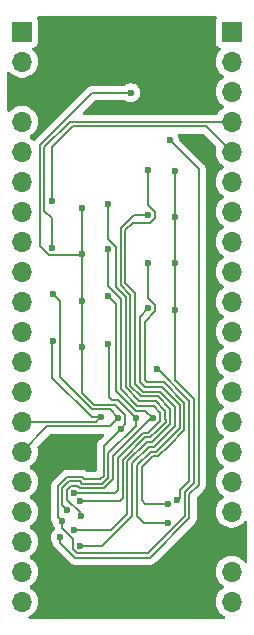
<source format=gbr>
%TF.GenerationSoftware,KiCad,Pcbnew,9.0.0*%
%TF.CreationDate,2025-04-08T23:38:32-04:00*%
%TF.ProjectId,pideck,70696465-636b-42e6-9b69-6361645f7063,rev?*%
%TF.SameCoordinates,Original*%
%TF.FileFunction,Copper,L2,Bot*%
%TF.FilePolarity,Positive*%
%FSLAX46Y46*%
G04 Gerber Fmt 4.6, Leading zero omitted, Abs format (unit mm)*
G04 Created by KiCad (PCBNEW 9.0.0) date 2025-04-08 23:38:32*
%MOMM*%
%LPD*%
G01*
G04 APERTURE LIST*
%TA.AperFunction,ComponentPad*%
%ADD10R,1.700000X1.700000*%
%TD*%
%TA.AperFunction,ComponentPad*%
%ADD11O,1.700000X1.700000*%
%TD*%
%TA.AperFunction,ViaPad*%
%ADD12C,0.600000*%
%TD*%
%TA.AperFunction,Conductor*%
%ADD13C,0.200000*%
%TD*%
G04 APERTURE END LIST*
D10*
%TO.P,J1,1,GP0*%
%TO.N,unconnected-(J1-GP0-Pad1)*%
X144500000Y-75800000D03*
D11*
%TO.P,J1,2,GP1*%
%TO.N,unconnected-(J1-GP1-Pad2)*%
X144500000Y-78340000D03*
%TO.P,J1,3,GND*%
%TO.N,unconnected-(J1-GND-Pad3)*%
X144500000Y-80880000D03*
%TO.P,J1,4,GP2*%
%TO.N,TP_MOTION_3V3*%
X144500000Y-83420000D03*
%TO.P,J1,5,GP3*%
%TO.N,TP_SHUTDOWN_3V3*%
X144500000Y-85960000D03*
%TO.P,J1,6,GP4*%
%TO.N,TP_RESET_3V3*%
X144500000Y-88500000D03*
%TO.P,J1,7,GP5*%
%TO.N,TP_BLK_LED_K_3V3*%
X144500000Y-91040000D03*
%TO.P,J1,8,GND*%
%TO.N,unconnected-(J1-GND-Pad8)*%
X144500000Y-93580000D03*
%TO.P,J1,9,GP6*%
%TO.N,KB_BLK_LED_K_3V3*%
X144500000Y-96120000D03*
%TO.P,J1,10,GP7*%
%TO.N,PANNEL_BLK_LED_K_3V3*%
X144500000Y-98660000D03*
%TO.P,J1,11,GP8*%
%TO.N,ROW7*%
X144500000Y-101200000D03*
%TO.P,J1,12,GP9*%
%TO.N,ROW6*%
X144500000Y-103740000D03*
%TO.P,J1,13,GND*%
%TO.N,unconnected-(J1-GND-Pad13)*%
X144500000Y-106280000D03*
%TO.P,J1,14,GP10*%
%TO.N,ROW5*%
X144500000Y-108820000D03*
%TO.P,J1,15,GP11*%
%TO.N,ROW4*%
X144500000Y-111360000D03*
%TO.P,J1,16,GP12*%
%TO.N,ROW3*%
X144500000Y-113900000D03*
%TO.P,J1,17,GP13*%
%TO.N,ROW2*%
X144500000Y-116440000D03*
%TO.P,J1,18,GND*%
%TO.N,GND*%
X144500000Y-118980000D03*
%TO.P,J1,19,GP14*%
%TO.N,ROW1*%
X144500000Y-121520000D03*
%TO.P,J1,20,GP15*%
%TO.N,unconnected-(J1-GP15-Pad20)*%
X144500000Y-124060000D03*
%TD*%
D10*
%TO.P,J2,1,VBUS*%
%TO.N,unconnected-(J2-VBUS-Pad1)*%
X126750000Y-75800000D03*
D11*
%TO.P,J2,2,Pin_2*%
%TO.N,unconnected-(J2-Pin_2-Pad2)*%
X126750000Y-78340000D03*
%TO.P,J2,3,GND*%
%TO.N,GND*%
X126750000Y-80880000D03*
%TO.P,J2,4,Pin_37*%
%TO.N,unconnected-(J2-Pin_37-Pad4)*%
X126750000Y-83420000D03*
%TO.P,J2,5,3V3*%
%TO.N,KB_BLK_LED_A*%
X126750000Y-85960000D03*
%TO.P,J2,6,Pin_35*%
%TO.N,unconnected-(J2-Pin_35-Pad6)*%
X126750000Y-88500000D03*
%TO.P,J2,7,GP28*%
%TO.N,unconnected-(J2-GP28-Pad7)*%
X126750000Y-91040000D03*
%TO.P,J2,8,GND*%
%TO.N,unconnected-(J2-GND-Pad8)*%
X126750000Y-93580000D03*
%TO.P,J2,9,GP27*%
%TO.N,unconnected-(J2-GP27-Pad9)*%
X126750000Y-96120000D03*
%TO.P,J2,10,GP26*%
%TO.N,COL6*%
X126750000Y-98660000D03*
%TO.P,J2,11,Pin_30*%
%TO.N,unconnected-(J2-Pin_30-Pad11)*%
X126750000Y-101200000D03*
%TO.P,J2,12,GP22*%
%TO.N,COL5*%
X126750000Y-103740000D03*
%TO.P,J2,13,GND*%
%TO.N,unconnected-(J2-GND-Pad13)*%
X126750000Y-106280000D03*
%TO.P,J2,14,GP21*%
%TO.N,TP_SCL_3V3*%
X126750000Y-108820000D03*
%TO.P,J2,15,GP20*%
%TO.N,TP_SDA_3V3*%
X126750000Y-111360000D03*
%TO.P,J2,16,GP19*%
%TO.N,COL4*%
X126750000Y-113900000D03*
%TO.P,J2,17,GP18*%
%TO.N,COL3*%
X126750000Y-116440000D03*
%TO.P,J2,18,GND*%
%TO.N,unconnected-(J2-GND-Pad18)*%
X126750000Y-118980000D03*
%TO.P,J2,19,GP17*%
%TO.N,COL2*%
X126750000Y-121520000D03*
%TO.P,J2,20,GP16*%
%TO.N,COL1*%
X126750000Y-124060000D03*
%TD*%
D12*
%TO.N,+1V8*%
X139700000Y-87575000D03*
X139700000Y-91475000D03*
X139700000Y-95425000D03*
X139700000Y-99325000D03*
%TO.N,GND*%
X140600000Y-118975000D03*
%TO.N,+2V8*%
X129975000Y-118600000D03*
X139250000Y-85000000D03*
%TO.N,KB_BLK_LED_A*%
X138150000Y-104400000D03*
X139900000Y-115450000D03*
%TO.N,+1V8*%
X135950000Y-80975000D03*
X131850000Y-94600000D03*
X135142000Y-109398000D03*
X130125000Y-117225000D03*
X131850000Y-98600000D03*
X131850000Y-102500000D03*
X131850000Y-90700000D03*
%TO.N,TP_SHUTDOWN_3V3*%
X129250000Y-90100000D03*
%TO.N,TP_MOTION_3V3*%
X129250000Y-94100000D03*
%TO.N,TP_SDA_3V3*%
X129350000Y-98000000D03*
X134900000Y-108525000D03*
%TO.N,TP_SCL_3V3*%
X133425000Y-108450000D03*
X129350000Y-102000000D03*
%TO.N,TP_SDA_1V8*%
X137809000Y-108509000D03*
X134050000Y-98200000D03*
X131713000Y-116825000D03*
%TO.N,TP_RESET_1V8*%
X137450000Y-87500000D03*
X131650000Y-119325000D03*
%TO.N,PANNEL_BLK_LED_K_1V8*%
X137450000Y-99200000D03*
X139100000Y-117400000D03*
%TO.N,TP_SCL_1V8*%
X136412000Y-108509000D03*
X130570000Y-116256000D03*
X134050000Y-102200000D03*
%TO.N,TP_BLK_LED_K_1V8*%
X137450000Y-91300000D03*
X131150000Y-117975000D03*
%TO.N,KB_BLK_LED_K_1V8*%
X139125000Y-115800000D03*
X137450000Y-95400000D03*
%TO.N,TP_MOTION_1V8*%
X134050000Y-94200000D03*
X131175000Y-114875000D03*
%TO.N,TP_SHUTDOWN_1V8*%
X131650000Y-115550000D03*
X134050000Y-90400000D03*
%TD*%
D13*
%TO.N,+2V8*%
X129975000Y-118600000D02*
X129975000Y-119067043D01*
X140926000Y-114957200D02*
X141707001Y-114176199D01*
X129975000Y-119067043D02*
X131234957Y-120327000D01*
X131234957Y-120327000D02*
X137590043Y-120327000D01*
X137590043Y-120327000D02*
X140926000Y-116991043D01*
X140926000Y-116991043D02*
X140926000Y-114957200D01*
X141707001Y-114176199D02*
X141707001Y-87457001D01*
X141707001Y-87457001D02*
X139250000Y-85000000D01*
%TO.N,+1V8*%
X139700000Y-91475000D02*
X139700000Y-87575000D01*
X139700000Y-95425000D02*
X139700000Y-91475000D01*
X139700000Y-99325000D02*
X139700000Y-95425000D01*
X139700000Y-105305300D02*
X139700000Y-99325000D01*
X137423943Y-119926000D02*
X140525000Y-116824943D01*
X131049000Y-119573943D02*
X131401057Y-119926000D01*
X140525000Y-116824943D02*
X140525000Y-114791100D01*
X131049000Y-118723943D02*
X131049000Y-119573943D01*
X130125000Y-117799943D02*
X131049000Y-118723943D01*
X140525000Y-114791100D02*
X141306001Y-114010099D01*
X131401057Y-119926000D02*
X137423943Y-119926000D01*
X141306001Y-114010099D02*
X141306001Y-106911301D01*
X139700000Y-105305300D02*
X141306001Y-106911301D01*
X130125000Y-117225000D02*
X130125000Y-117799943D01*
%TO.N,GND*%
X144500000Y-118980000D02*
X140605000Y-118980000D01*
X140605000Y-118980000D02*
X140600000Y-118975000D01*
%TO.N,KB_BLK_LED_A*%
X140905001Y-113843999D02*
X140905001Y-107077401D01*
X139950000Y-115450000D02*
X140124000Y-115276000D01*
X140124000Y-114625000D02*
X140905001Y-113843999D01*
X140124000Y-115276000D02*
X140124000Y-114625000D01*
X139900000Y-115450000D02*
X139950000Y-115450000D01*
X138227600Y-104400000D02*
X138150000Y-104400000D01*
X140905001Y-107077401D02*
X138227600Y-104400000D01*
%TO.N,+1V8*%
X130125000Y-117225000D02*
X129772000Y-116872000D01*
X135142000Y-109398000D02*
X135501000Y-109039000D01*
X131850000Y-98600000D02*
X131850000Y-94600000D01*
X134634000Y-107386000D02*
X132876000Y-107386000D01*
X128248000Y-93947943D02*
X128248000Y-85434900D01*
X135501000Y-109039000D02*
X135501000Y-108253000D01*
X132876000Y-107386000D02*
X131840000Y-106350000D01*
X130593857Y-113472000D02*
X131797000Y-113472000D01*
X131840000Y-106350000D02*
X131840000Y-102510000D01*
X131850000Y-102500000D02*
X131850000Y-98600000D01*
X132707900Y-80975000D02*
X135950000Y-80975000D01*
X129772000Y-114293857D02*
X130593857Y-113472000D01*
X131749000Y-94701000D02*
X129001057Y-94701000D01*
X133670000Y-110870000D02*
X135142000Y-109398000D01*
X129001057Y-94701000D02*
X128248000Y-93947943D01*
X131840000Y-102510000D02*
X131850000Y-102500000D01*
X128248000Y-85434900D02*
X132707900Y-80975000D01*
X131850000Y-94600000D02*
X131850000Y-90700000D01*
X131997000Y-113672000D02*
X133378000Y-113672000D01*
X131797000Y-113472000D02*
X131997000Y-113672000D01*
X131850000Y-94600000D02*
X131749000Y-94701000D01*
X135501000Y-108253000D02*
X134634000Y-107386000D01*
X129772000Y-116872000D02*
X129772000Y-114293857D01*
X133378000Y-113672000D02*
X133670000Y-113380000D01*
X133670000Y-113380000D02*
X133670000Y-110870000D01*
%TO.N,TP_SHUTDOWN_3V3*%
X129250000Y-85600000D02*
X131029000Y-83821000D01*
X131029000Y-83821000D02*
X142361000Y-83821000D01*
X142361000Y-83821000D02*
X144500000Y-85960000D01*
X129250000Y-90100000D02*
X129250000Y-85600000D01*
%TO.N,TP_MOTION_3V3*%
X129250000Y-91600000D02*
X129250000Y-94100000D01*
X144500000Y-83420000D02*
X130830000Y-83420000D01*
X130830000Y-83420000D02*
X128649000Y-85601000D01*
X128649000Y-85601000D02*
X128649000Y-90999000D01*
X128649000Y-90999000D02*
X129250000Y-91600000D01*
%TO.N,TP_SDA_3V3*%
X128889000Y-109221000D02*
X134204000Y-109221000D01*
X129951000Y-105028100D02*
X132709900Y-107787000D01*
X129951000Y-98601000D02*
X129350000Y-98000000D01*
X126750000Y-111360000D02*
X128889000Y-109221000D01*
X134162000Y-107787000D02*
X132709900Y-107787000D01*
X129951000Y-105028100D02*
X129951000Y-98601000D01*
X134900000Y-108525000D02*
X134162000Y-107787000D01*
X134204000Y-109221000D02*
X134900000Y-108525000D01*
%TO.N,TP_SCL_3V3*%
X126750000Y-108820000D02*
X133005000Y-108820000D01*
X133375000Y-108450000D02*
X133005000Y-108820000D01*
X129311000Y-105091000D02*
X129311000Y-102039000D01*
X133425000Y-108450000D02*
X133375000Y-108450000D01*
X129311000Y-102039000D02*
X129350000Y-102000000D01*
X132670000Y-108450000D02*
X129311000Y-105091000D01*
X133425000Y-108450000D02*
X132670000Y-108450000D01*
%TO.N,TP_SDA_1V8*%
X133710200Y-114474000D02*
X134472000Y-113712200D01*
X136360050Y-107889950D02*
X134727000Y-106256900D01*
X134727000Y-106256900D02*
X134727000Y-98877000D01*
X131713000Y-116549057D02*
X130574000Y-115410057D01*
X130926057Y-114274000D02*
X131423943Y-114274000D01*
X131423943Y-114274000D02*
X131623943Y-114474000D01*
X137809000Y-108509000D02*
X137189950Y-107889950D01*
X137189950Y-107889950D02*
X136360050Y-107889950D01*
X134472000Y-111695100D02*
X137658100Y-108509000D01*
X137658100Y-108509000D02*
X137809000Y-108509000D01*
X134727000Y-98877000D02*
X134050000Y-98200000D01*
X131623943Y-114474000D02*
X133710200Y-114474000D01*
X131713000Y-116825000D02*
X131713000Y-116549057D01*
X130574000Y-114626057D02*
X130926057Y-114274000D01*
X134472000Y-113712200D02*
X134472000Y-111695100D01*
X130574000Y-115410057D02*
X130574000Y-114626057D01*
%TO.N,TP_RESET_1V8*%
X136331000Y-97929757D02*
X135501943Y-97100700D01*
X135501943Y-92615157D02*
X136117100Y-92000000D01*
X137024450Y-106285950D02*
X136331000Y-105592500D01*
X137481500Y-110954000D02*
X137741100Y-110954000D01*
X139702001Y-107575701D02*
X138412250Y-106285950D01*
X136331000Y-105592500D02*
X136331000Y-97929757D01*
X139702001Y-109199243D02*
X139702001Y-107575701D01*
X136079000Y-112356500D02*
X137481500Y-110954000D01*
X139043071Y-109858169D02*
X139702001Y-109199243D01*
X131650000Y-119325000D02*
X133517100Y-119325000D01*
X137741100Y-110954000D02*
X137947241Y-110954002D01*
X137024450Y-106285950D02*
X138412250Y-106285950D01*
X138051000Y-91548943D02*
X138051000Y-91051057D01*
X137450000Y-90450057D02*
X138051000Y-91051057D01*
X136079000Y-115897000D02*
X136079000Y-112356500D01*
X136117100Y-92000000D02*
X137599943Y-92000000D01*
X137947241Y-110954002D02*
X139043071Y-109858169D01*
X136076000Y-115900000D02*
X136079000Y-115897000D01*
X136076000Y-116766100D02*
X136076000Y-115900000D01*
X133517100Y-119325000D02*
X136076000Y-116766100D01*
X137599943Y-92000000D02*
X138051000Y-91548943D01*
X135501943Y-97100700D02*
X135501943Y-92615157D01*
X137450000Y-90450057D02*
X137450000Y-87500000D01*
%TO.N,PANNEL_BLK_LED_K_1V8*%
X136732000Y-99918000D02*
X137450000Y-99200000D01*
X140103001Y-107409601D02*
X140103001Y-109365343D01*
X136480000Y-116805000D02*
X137075000Y-117400000D01*
X137075000Y-117400000D02*
X139100000Y-117400000D01*
X139121671Y-110346668D02*
X138113345Y-111355000D01*
X140103001Y-109365343D02*
X139121671Y-110346668D01*
X140103001Y-107409601D02*
X138578350Y-105884950D01*
X136732000Y-105426400D02*
X136732000Y-99918000D01*
X137190550Y-105884950D02*
X136732000Y-105426400D01*
X137647600Y-111355000D02*
X136480000Y-112522600D01*
X137190550Y-105884950D02*
X138578350Y-105884950D01*
X138113345Y-111355000D02*
X137647600Y-111355000D01*
X136480000Y-112522600D02*
X136480000Y-116805000D01*
%TO.N,TP_SCL_1V8*%
X134126000Y-102276000D02*
X134050000Y-102200000D01*
X136412000Y-108509000D02*
X134888000Y-106985000D01*
X134071000Y-113546100D02*
X134071000Y-111485000D01*
X130570000Y-116256000D02*
X130173000Y-115859000D01*
X130759957Y-113873000D02*
X131630900Y-113873000D01*
X130173000Y-114459957D02*
X130759957Y-113873000D01*
X130173000Y-115859000D02*
X130173000Y-114459957D01*
X131630900Y-113873000D02*
X131830900Y-114073000D01*
X133544100Y-114073000D02*
X134071000Y-113546100D01*
X131830900Y-114073000D02*
X133544100Y-114073000D01*
X134380000Y-106985000D02*
X134126000Y-106731000D01*
X134071000Y-111485000D02*
X136412000Y-109144000D01*
X134126000Y-106731000D02*
X134126000Y-102276000D01*
X134888000Y-106985000D02*
X134380000Y-106985000D01*
X136412000Y-109144000D02*
X136412000Y-108509000D01*
%TO.N,TP_BLK_LED_K_1V8*%
X135930000Y-98095857D02*
X135100943Y-97266800D01*
X138642071Y-109692071D02*
X139301001Y-109033143D01*
X134300000Y-117975000D02*
X135675000Y-116600000D01*
X135675000Y-114200000D02*
X135678000Y-114197000D01*
X139301001Y-107741801D02*
X138246150Y-106686950D01*
X135930000Y-105758600D02*
X135930000Y-98095857D01*
X135100943Y-92449057D02*
X136250000Y-91300000D01*
X135678000Y-112190400D02*
X137315400Y-110553000D01*
X135678000Y-114197000D02*
X135678000Y-112190400D01*
X136858350Y-106686950D02*
X135930000Y-105758600D01*
X135100943Y-97266800D02*
X135100943Y-92449057D01*
X135675000Y-116600000D02*
X135675000Y-114200000D01*
X136250000Y-91300000D02*
X137450000Y-91300000D01*
X137781143Y-110553001D02*
X138642071Y-109692071D01*
X137315400Y-110553000D02*
X137781143Y-110553001D01*
X139301001Y-109033143D02*
X139301001Y-107741801D01*
X131150000Y-117975000D02*
X134300000Y-117975000D01*
X138246150Y-106686950D02*
X136858350Y-106686950D01*
%TO.N,KB_BLK_LED_K_1V8*%
X138744450Y-105483950D02*
X140504001Y-107243501D01*
X137450000Y-98350057D02*
X138051000Y-98951057D01*
X136881000Y-115481000D02*
X136881000Y-112688700D01*
X137450000Y-98350057D02*
X137450000Y-95400000D01*
X137356650Y-105483950D02*
X138744450Y-105483950D01*
X139125000Y-115800000D02*
X137200000Y-115800000D01*
X136881000Y-112688700D02*
X137813700Y-111756000D01*
X137133000Y-105260300D02*
X137133000Y-100366943D01*
X140504001Y-109531443D02*
X140504001Y-107243501D01*
X138279446Y-111756000D02*
X139180220Y-110855219D01*
X137356650Y-105483950D02*
X137133000Y-105260300D01*
X138051000Y-99448943D02*
X138051000Y-98951057D01*
X137133000Y-100366943D02*
X138051000Y-99448943D01*
X139180220Y-110855219D02*
X140504001Y-109531443D01*
X137200000Y-115800000D02*
X136881000Y-115481000D01*
X137813700Y-111756000D02*
X138279446Y-111756000D01*
%TO.N,TP_MOTION_1V8*%
X136526150Y-107488950D02*
X137913950Y-107488950D01*
X134873000Y-114602000D02*
X134873000Y-113194100D01*
X134873000Y-113194100D02*
X134876000Y-113191100D01*
X138475000Y-108724943D02*
X138475000Y-108050000D01*
X134050000Y-97350057D02*
X135128000Y-98428057D01*
X134600000Y-114875000D02*
X134873000Y-114602000D01*
X136983200Y-109751000D02*
X137448943Y-109751000D01*
X138475000Y-108050000D02*
X137913950Y-107488950D01*
X134876000Y-113191100D02*
X134876000Y-111864200D01*
X131175000Y-114875000D02*
X134600000Y-114875000D01*
X135128000Y-106090800D02*
X136526150Y-107488950D01*
X135128000Y-106090800D02*
X135128000Y-98428057D01*
X134873000Y-111861200D02*
X136983200Y-109751000D01*
X134876000Y-111864200D02*
X134873000Y-111861200D01*
X137448943Y-109751000D02*
X138475000Y-108724943D01*
X134050000Y-97350057D02*
X134050000Y-94200000D01*
%TO.N,TP_SHUTDOWN_1V8*%
X134325000Y-115550000D02*
X135025000Y-115550000D01*
X137149300Y-110152000D02*
X137615043Y-110152000D01*
X138080050Y-107087950D02*
X136692250Y-107087950D01*
X134325000Y-115550000D02*
X131650000Y-115550000D01*
X135529000Y-105924700D02*
X135529000Y-98261957D01*
X138900000Y-108625000D02*
X138899000Y-108624000D01*
X134699943Y-97432900D02*
X135529000Y-98261957D01*
X134050000Y-93350057D02*
X134699943Y-94000000D01*
X135277000Y-113822000D02*
X135277000Y-112024300D01*
X137615043Y-110152000D02*
X138171021Y-109596021D01*
X135274000Y-113825000D02*
X135277000Y-113822000D01*
X135025000Y-115550000D02*
X135274000Y-115301000D01*
X138900000Y-108867043D02*
X138900000Y-108625000D01*
X135277000Y-112024300D02*
X137149300Y-110152000D01*
X135529000Y-105924700D02*
X136692250Y-107087950D01*
X134699943Y-97432900D02*
X134699943Y-94000000D01*
X138171021Y-109596021D02*
X138900000Y-108867043D01*
X138899000Y-108051000D02*
X138899000Y-108050000D01*
X138899000Y-108624000D02*
X138899000Y-108051000D01*
X138899000Y-108051000D02*
X138899000Y-107906900D01*
X138899000Y-107906900D02*
X138080050Y-107087950D01*
X134050000Y-93350057D02*
X134050000Y-90400000D01*
X135274000Y-115301000D02*
X135274000Y-113825000D01*
%TD*%
%TA.AperFunction,Conductor*%
%TO.N,GND*%
G36*
X142127942Y-84441185D02*
G01*
X142148584Y-84457819D01*
X143166241Y-85475476D01*
X143199726Y-85536799D01*
X143196492Y-85601473D01*
X143182753Y-85643757D01*
X143149500Y-85853713D01*
X143149500Y-86066286D01*
X143182753Y-86276239D01*
X143248444Y-86478414D01*
X143344951Y-86667820D01*
X143469890Y-86839786D01*
X143620213Y-86990109D01*
X143792180Y-87115049D01*
X143800946Y-87119516D01*
X143851742Y-87167491D01*
X143868536Y-87235312D01*
X143845998Y-87301447D01*
X143800946Y-87340484D01*
X143792182Y-87344949D01*
X143620213Y-87469890D01*
X143469890Y-87620213D01*
X143344951Y-87792179D01*
X143248444Y-87981585D01*
X143182753Y-88183760D01*
X143149500Y-88393713D01*
X143149500Y-88606286D01*
X143182753Y-88816239D01*
X143248444Y-89018414D01*
X143344951Y-89207820D01*
X143469890Y-89379786D01*
X143620213Y-89530109D01*
X143792182Y-89655050D01*
X143800946Y-89659516D01*
X143851742Y-89707491D01*
X143868536Y-89775312D01*
X143845998Y-89841447D01*
X143800946Y-89880484D01*
X143792182Y-89884949D01*
X143620213Y-90009890D01*
X143469890Y-90160213D01*
X143344951Y-90332179D01*
X143248444Y-90521585D01*
X143182753Y-90723760D01*
X143155244Y-90897447D01*
X143149500Y-90933713D01*
X143149500Y-91146287D01*
X143182754Y-91356243D01*
X143246959Y-91553846D01*
X143248444Y-91558414D01*
X143344951Y-91747820D01*
X143469890Y-91919786D01*
X143620213Y-92070109D01*
X143792182Y-92195050D01*
X143800946Y-92199516D01*
X143851742Y-92247491D01*
X143868536Y-92315312D01*
X143845998Y-92381447D01*
X143800946Y-92420484D01*
X143792182Y-92424949D01*
X143620213Y-92549890D01*
X143469890Y-92700213D01*
X143344951Y-92872179D01*
X143248444Y-93061585D01*
X143182753Y-93263760D01*
X143149500Y-93473713D01*
X143149500Y-93686286D01*
X143178044Y-93866510D01*
X143182754Y-93896243D01*
X143245480Y-94089294D01*
X143248444Y-94098414D01*
X143344951Y-94287820D01*
X143469890Y-94459786D01*
X143620213Y-94610109D01*
X143792182Y-94735050D01*
X143800946Y-94739516D01*
X143851742Y-94787491D01*
X143868536Y-94855312D01*
X143845998Y-94921447D01*
X143800946Y-94960484D01*
X143792182Y-94964949D01*
X143620213Y-95089890D01*
X143469890Y-95240213D01*
X143344951Y-95412179D01*
X143248444Y-95601585D01*
X143182753Y-95803760D01*
X143149500Y-96013713D01*
X143149500Y-96226286D01*
X143182753Y-96436239D01*
X143248444Y-96638414D01*
X143344951Y-96827820D01*
X143469890Y-96999786D01*
X143620213Y-97150109D01*
X143792182Y-97275050D01*
X143800946Y-97279516D01*
X143851742Y-97327491D01*
X143868536Y-97395312D01*
X143845998Y-97461447D01*
X143800946Y-97500484D01*
X143792182Y-97504949D01*
X143620213Y-97629890D01*
X143469890Y-97780213D01*
X143344951Y-97952179D01*
X143248444Y-98141585D01*
X143182753Y-98343760D01*
X143168540Y-98433497D01*
X143149500Y-98553713D01*
X143149500Y-98766287D01*
X143150047Y-98769738D01*
X143181723Y-98969738D01*
X143182754Y-98976243D01*
X143248163Y-99177551D01*
X143248444Y-99178414D01*
X143344951Y-99367820D01*
X143469890Y-99539786D01*
X143620213Y-99690109D01*
X143792182Y-99815050D01*
X143800946Y-99819516D01*
X143851742Y-99867491D01*
X143868536Y-99935312D01*
X143845998Y-100001447D01*
X143800946Y-100040484D01*
X143792182Y-100044949D01*
X143620213Y-100169890D01*
X143469890Y-100320213D01*
X143344951Y-100492179D01*
X143248444Y-100681585D01*
X143182753Y-100883760D01*
X143149500Y-101093713D01*
X143149500Y-101306286D01*
X143178551Y-101489711D01*
X143182754Y-101516243D01*
X143239117Y-101689711D01*
X143248444Y-101718414D01*
X143344951Y-101907820D01*
X143469890Y-102079786D01*
X143620213Y-102230109D01*
X143792182Y-102355050D01*
X143800946Y-102359516D01*
X143851742Y-102407491D01*
X143868536Y-102475312D01*
X143845998Y-102541447D01*
X143800946Y-102580484D01*
X143792182Y-102584949D01*
X143620213Y-102709890D01*
X143469890Y-102860213D01*
X143344951Y-103032179D01*
X143248444Y-103221585D01*
X143182753Y-103423760D01*
X143149500Y-103633713D01*
X143149500Y-103846286D01*
X143182753Y-104056239D01*
X143248444Y-104258414D01*
X143344951Y-104447820D01*
X143469890Y-104619786D01*
X143620213Y-104770109D01*
X143792182Y-104895050D01*
X143800946Y-104899516D01*
X143851742Y-104947491D01*
X143868536Y-105015312D01*
X143845998Y-105081447D01*
X143800946Y-105120484D01*
X143792182Y-105124949D01*
X143620213Y-105249890D01*
X143469890Y-105400213D01*
X143344951Y-105572179D01*
X143248444Y-105761585D01*
X143182753Y-105963760D01*
X143164935Y-106076261D01*
X143149500Y-106173713D01*
X143149500Y-106386287D01*
X143182754Y-106596243D01*
X143240608Y-106774300D01*
X143248444Y-106798414D01*
X143344951Y-106987820D01*
X143469890Y-107159786D01*
X143620213Y-107310109D01*
X143792182Y-107435050D01*
X143800946Y-107439516D01*
X143851742Y-107487491D01*
X143868536Y-107555312D01*
X143845998Y-107621447D01*
X143800946Y-107660484D01*
X143792182Y-107664949D01*
X143620213Y-107789890D01*
X143469890Y-107940213D01*
X143344951Y-108112179D01*
X143248444Y-108301585D01*
X143182753Y-108503760D01*
X143149500Y-108713713D01*
X143149500Y-108926286D01*
X143182753Y-109136239D01*
X143248444Y-109338414D01*
X143344951Y-109527820D01*
X143469890Y-109699786D01*
X143620213Y-109850109D01*
X143792182Y-109975050D01*
X143800946Y-109979516D01*
X143851742Y-110027491D01*
X143868536Y-110095312D01*
X143845998Y-110161447D01*
X143800946Y-110200484D01*
X143792182Y-110204949D01*
X143620213Y-110329890D01*
X143469890Y-110480213D01*
X143344951Y-110652179D01*
X143248444Y-110841585D01*
X143182753Y-111043760D01*
X143149500Y-111253713D01*
X143149500Y-111466286D01*
X143182753Y-111676239D01*
X143248444Y-111878414D01*
X143344951Y-112067820D01*
X143469890Y-112239786D01*
X143620213Y-112390109D01*
X143792182Y-112515050D01*
X143800946Y-112519516D01*
X143851742Y-112567491D01*
X143868536Y-112635312D01*
X143845998Y-112701447D01*
X143800946Y-112740484D01*
X143792182Y-112744949D01*
X143620213Y-112869890D01*
X143469890Y-113020213D01*
X143344951Y-113192179D01*
X143248444Y-113381585D01*
X143182753Y-113583760D01*
X143149500Y-113793713D01*
X143149500Y-114006286D01*
X143182525Y-114214802D01*
X143182754Y-114216243D01*
X143245056Y-114407989D01*
X143248444Y-114418414D01*
X143344951Y-114607820D01*
X143469890Y-114779786D01*
X143620213Y-114930109D01*
X143792182Y-115055050D01*
X143800946Y-115059516D01*
X143851742Y-115107491D01*
X143868536Y-115175312D01*
X143845998Y-115241447D01*
X143800946Y-115280484D01*
X143792182Y-115284949D01*
X143620213Y-115409890D01*
X143469890Y-115560213D01*
X143344951Y-115732179D01*
X143248444Y-115921585D01*
X143182753Y-116123760D01*
X143169200Y-116209333D01*
X143149500Y-116333713D01*
X143149500Y-116546287D01*
X143153214Y-116569737D01*
X143181156Y-116746158D01*
X143182754Y-116756243D01*
X143246053Y-116951057D01*
X143248444Y-116958414D01*
X143344951Y-117147820D01*
X143469890Y-117319786D01*
X143620213Y-117470109D01*
X143792179Y-117595048D01*
X143792181Y-117595049D01*
X143792184Y-117595051D01*
X143981588Y-117691557D01*
X144183757Y-117757246D01*
X144393713Y-117790500D01*
X144393714Y-117790500D01*
X144606286Y-117790500D01*
X144606287Y-117790500D01*
X144816243Y-117757246D01*
X145018412Y-117691557D01*
X145207816Y-117595051D01*
X145229789Y-117579086D01*
X145379786Y-117470109D01*
X145379788Y-117470106D01*
X145379792Y-117470104D01*
X145530104Y-117319792D01*
X145575181Y-117257747D01*
X145630511Y-117215082D01*
X145700124Y-117209103D01*
X145761920Y-117241708D01*
X145796277Y-117302547D01*
X145799500Y-117330633D01*
X145799500Y-120629366D01*
X145779815Y-120696405D01*
X145727011Y-120742160D01*
X145657853Y-120752104D01*
X145594297Y-120723079D01*
X145575182Y-120702251D01*
X145530109Y-120640214D01*
X145530105Y-120640209D01*
X145379786Y-120489890D01*
X145207820Y-120364951D01*
X145018414Y-120268444D01*
X145018413Y-120268443D01*
X145018412Y-120268443D01*
X144816243Y-120202754D01*
X144816241Y-120202753D01*
X144816240Y-120202753D01*
X144654957Y-120177208D01*
X144606287Y-120169500D01*
X144393713Y-120169500D01*
X144345042Y-120177208D01*
X144183760Y-120202753D01*
X143981585Y-120268444D01*
X143792179Y-120364951D01*
X143620213Y-120489890D01*
X143469890Y-120640213D01*
X143344951Y-120812179D01*
X143248444Y-121001585D01*
X143182753Y-121203760D01*
X143149500Y-121413713D01*
X143149500Y-121626286D01*
X143182753Y-121836239D01*
X143248444Y-122038414D01*
X143344951Y-122227820D01*
X143469890Y-122399786D01*
X143620213Y-122550109D01*
X143792182Y-122675050D01*
X143800946Y-122679516D01*
X143851742Y-122727491D01*
X143868536Y-122795312D01*
X143845998Y-122861447D01*
X143800946Y-122900484D01*
X143792182Y-122904949D01*
X143620213Y-123029890D01*
X143469890Y-123180213D01*
X143344951Y-123352179D01*
X143248444Y-123541585D01*
X143182753Y-123743760D01*
X143149500Y-123953713D01*
X143149500Y-124166286D01*
X143182753Y-124376239D01*
X143248444Y-124578414D01*
X143344951Y-124767820D01*
X143469890Y-124939786D01*
X143620213Y-125090109D01*
X143792179Y-125215048D01*
X143792181Y-125215049D01*
X143792184Y-125215051D01*
X143886824Y-125263272D01*
X143890244Y-125265015D01*
X143941040Y-125312990D01*
X143957835Y-125380811D01*
X143935298Y-125446946D01*
X143880583Y-125490397D01*
X143833949Y-125499500D01*
X127416051Y-125499500D01*
X127349012Y-125479815D01*
X127303257Y-125427011D01*
X127293313Y-125357853D01*
X127322338Y-125294297D01*
X127359756Y-125265015D01*
X127361394Y-125264180D01*
X127457816Y-125215051D01*
X127479789Y-125199086D01*
X127629786Y-125090109D01*
X127629788Y-125090106D01*
X127629792Y-125090104D01*
X127780104Y-124939792D01*
X127780106Y-124939788D01*
X127780109Y-124939786D01*
X127905048Y-124767820D01*
X127905047Y-124767820D01*
X127905051Y-124767816D01*
X128001557Y-124578412D01*
X128067246Y-124376243D01*
X128100500Y-124166287D01*
X128100500Y-123953713D01*
X128067246Y-123743757D01*
X128001557Y-123541588D01*
X127905051Y-123352184D01*
X127905049Y-123352181D01*
X127905048Y-123352179D01*
X127780109Y-123180213D01*
X127629786Y-123029890D01*
X127457820Y-122904951D01*
X127457115Y-122904591D01*
X127449054Y-122900485D01*
X127398259Y-122852512D01*
X127381463Y-122784692D01*
X127403999Y-122718556D01*
X127449054Y-122679515D01*
X127457816Y-122675051D01*
X127479789Y-122659086D01*
X127629786Y-122550109D01*
X127629788Y-122550106D01*
X127629792Y-122550104D01*
X127780104Y-122399792D01*
X127780106Y-122399788D01*
X127780109Y-122399786D01*
X127905048Y-122227820D01*
X127905047Y-122227820D01*
X127905051Y-122227816D01*
X128001557Y-122038412D01*
X128067246Y-121836243D01*
X128100500Y-121626287D01*
X128100500Y-121413713D01*
X128067246Y-121203757D01*
X128001557Y-121001588D01*
X127905051Y-120812184D01*
X127905049Y-120812181D01*
X127905048Y-120812179D01*
X127780109Y-120640213D01*
X127629786Y-120489890D01*
X127457820Y-120364951D01*
X127457115Y-120364591D01*
X127449054Y-120360485D01*
X127398259Y-120312512D01*
X127381463Y-120244692D01*
X127403999Y-120178556D01*
X127449054Y-120139515D01*
X127457816Y-120135051D01*
X127479789Y-120119086D01*
X127629786Y-120010109D01*
X127629788Y-120010106D01*
X127629792Y-120010104D01*
X127780104Y-119859792D01*
X127780106Y-119859788D01*
X127780109Y-119859786D01*
X127905048Y-119687820D01*
X127905047Y-119687820D01*
X127905051Y-119687816D01*
X128001557Y-119498412D01*
X128067246Y-119296243D01*
X128100500Y-119086287D01*
X128100500Y-118873713D01*
X128067246Y-118663757D01*
X128001557Y-118461588D01*
X127905051Y-118272184D01*
X127905049Y-118272181D01*
X127905048Y-118272179D01*
X127780109Y-118100213D01*
X127629786Y-117949890D01*
X127457820Y-117824951D01*
X127457115Y-117824591D01*
X127449054Y-117820485D01*
X127398259Y-117772512D01*
X127381463Y-117704692D01*
X127403999Y-117638556D01*
X127449054Y-117599515D01*
X127457816Y-117595051D01*
X127479789Y-117579086D01*
X127629786Y-117470109D01*
X127629788Y-117470106D01*
X127629792Y-117470104D01*
X127780104Y-117319792D01*
X127780106Y-117319788D01*
X127780109Y-117319786D01*
X127905048Y-117147820D01*
X127905047Y-117147820D01*
X127905051Y-117147816D01*
X128001557Y-116958412D01*
X128067246Y-116756243D01*
X128100500Y-116546287D01*
X128100500Y-116333713D01*
X128067246Y-116123757D01*
X128001557Y-115921588D01*
X127905051Y-115732184D01*
X127905049Y-115732181D01*
X127905048Y-115732179D01*
X127780109Y-115560213D01*
X127629786Y-115409890D01*
X127457820Y-115284951D01*
X127457115Y-115284591D01*
X127449054Y-115280485D01*
X127398259Y-115232512D01*
X127381463Y-115164692D01*
X127403999Y-115098556D01*
X127449054Y-115059515D01*
X127457816Y-115055051D01*
X127491937Y-115030261D01*
X127629786Y-114930109D01*
X127629788Y-114930106D01*
X127629792Y-114930104D01*
X127780104Y-114779792D01*
X127780106Y-114779788D01*
X127780109Y-114779786D01*
X127905048Y-114607820D01*
X127905047Y-114607820D01*
X127905051Y-114607816D01*
X128001557Y-114418412D01*
X128067246Y-114216243D01*
X128100500Y-114006287D01*
X128100500Y-113793713D01*
X128067246Y-113583757D01*
X128001557Y-113381588D01*
X127905051Y-113192184D01*
X127905049Y-113192181D01*
X127905048Y-113192179D01*
X127780109Y-113020213D01*
X127629786Y-112869890D01*
X127457820Y-112744951D01*
X127457115Y-112744591D01*
X127449054Y-112740485D01*
X127398259Y-112692512D01*
X127381463Y-112624692D01*
X127403999Y-112558556D01*
X127449054Y-112519515D01*
X127457816Y-112515051D01*
X127479789Y-112499086D01*
X127629786Y-112390109D01*
X127629788Y-112390106D01*
X127629792Y-112390104D01*
X127780104Y-112239792D01*
X127780106Y-112239788D01*
X127780109Y-112239786D01*
X127905048Y-112067820D01*
X127905047Y-112067820D01*
X127905051Y-112067816D01*
X128001557Y-111878412D01*
X128067246Y-111676243D01*
X128100500Y-111466287D01*
X128100500Y-111253713D01*
X128067246Y-111043757D01*
X128053506Y-111001473D01*
X128051512Y-110931635D01*
X128083755Y-110875478D01*
X129101416Y-109857819D01*
X129162739Y-109824334D01*
X129189097Y-109821500D01*
X133569903Y-109821500D01*
X133636942Y-109841185D01*
X133682697Y-109893989D01*
X133692641Y-109963147D01*
X133663616Y-110026703D01*
X133657589Y-110033175D01*
X133360874Y-110329890D01*
X133301286Y-110389478D01*
X133189481Y-110501282D01*
X133189479Y-110501285D01*
X133178566Y-110520188D01*
X133144928Y-110578451D01*
X133110423Y-110638215D01*
X133069499Y-110790943D01*
X133069499Y-110790945D01*
X133069499Y-110959046D01*
X133069500Y-110959059D01*
X133069500Y-112947500D01*
X133049815Y-113014539D01*
X132997011Y-113060294D01*
X132945500Y-113071500D01*
X132297098Y-113071500D01*
X132230059Y-113051815D01*
X132224552Y-113048064D01*
X132216468Y-113042232D01*
X132165716Y-112991480D01*
X132072997Y-112937949D01*
X132067553Y-112934806D01*
X132067545Y-112934800D01*
X132028790Y-112912425D01*
X132028789Y-112912424D01*
X131986587Y-112901116D01*
X131876057Y-112871499D01*
X131717943Y-112871499D01*
X131710347Y-112871499D01*
X131710331Y-112871500D01*
X130672914Y-112871500D01*
X130514799Y-112871500D01*
X130362072Y-112912423D01*
X130362071Y-112912423D01*
X130362069Y-112912424D01*
X130362066Y-112912425D01*
X130317861Y-112937948D01*
X130317859Y-112937949D01*
X130225147Y-112991475D01*
X130225139Y-112991481D01*
X129291479Y-113925141D01*
X129269014Y-113964052D01*
X129259519Y-113980500D01*
X129212423Y-114062072D01*
X129171499Y-114214800D01*
X129171499Y-114214802D01*
X129171499Y-114382903D01*
X129171500Y-114382916D01*
X129171500Y-116785330D01*
X129171499Y-116785348D01*
X129171499Y-116951054D01*
X129171498Y-116951054D01*
X129200285Y-117058489D01*
X129212423Y-117103785D01*
X129215223Y-117108634D01*
X129291480Y-117240716D01*
X129301036Y-117250272D01*
X129308809Y-117263106D01*
X129314068Y-117282959D01*
X129323911Y-117300985D01*
X129324362Y-117303151D01*
X129355261Y-117458491D01*
X129355264Y-117458501D01*
X129415602Y-117604172D01*
X129415609Y-117604185D01*
X129503601Y-117735873D01*
X129509251Y-117753919D01*
X129519476Y-117769829D01*
X129523927Y-117800788D01*
X129524479Y-117802550D01*
X129524499Y-117804764D01*
X129524499Y-117871982D01*
X129504814Y-117939021D01*
X129469399Y-117975078D01*
X129464712Y-117978210D01*
X129464704Y-117978217D01*
X129353213Y-118089707D01*
X129353210Y-118089711D01*
X129265609Y-118220814D01*
X129265602Y-118220827D01*
X129205264Y-118366498D01*
X129205261Y-118366510D01*
X129174500Y-118521153D01*
X129174500Y-118678846D01*
X129205261Y-118833489D01*
X129205264Y-118833501D01*
X129265602Y-118979172D01*
X129265609Y-118979185D01*
X129353208Y-119110286D01*
X129353578Y-119110736D01*
X129353942Y-119111385D01*
X129356595Y-119115354D01*
X129356408Y-119115478D01*
X129358438Y-119117061D01*
X129365395Y-119131748D01*
X129374740Y-119148365D01*
X129376290Y-119152784D01*
X129415423Y-119298828D01*
X129440440Y-119342158D01*
X129446228Y-119352184D01*
X129446229Y-119352185D01*
X129494479Y-119435757D01*
X129494481Y-119435760D01*
X129613349Y-119554628D01*
X129613355Y-119554633D01*
X130750096Y-120691374D01*
X130750106Y-120691385D01*
X130754436Y-120695715D01*
X130754437Y-120695716D01*
X130866241Y-120807520D01*
X130874320Y-120812184D01*
X130953052Y-120857639D01*
X130953054Y-120857641D01*
X131003170Y-120886576D01*
X131003172Y-120886577D01*
X131155899Y-120927500D01*
X131155900Y-120927500D01*
X137503374Y-120927500D01*
X137503390Y-120927501D01*
X137510986Y-120927501D01*
X137669097Y-120927501D01*
X137669100Y-120927501D01*
X137821828Y-120886577D01*
X137871947Y-120857639D01*
X137958759Y-120807520D01*
X138070563Y-120695716D01*
X138070563Y-120695714D01*
X138080771Y-120685507D01*
X138080772Y-120685504D01*
X141406520Y-117359759D01*
X141485577Y-117222827D01*
X141526501Y-117070100D01*
X141526501Y-116911985D01*
X141526501Y-116904390D01*
X141526500Y-116904372D01*
X141526500Y-115257296D01*
X141546185Y-115190257D01*
X141562815Y-115169619D01*
X142065507Y-114666926D01*
X142065512Y-114666923D01*
X142075715Y-114656719D01*
X142075717Y-114656719D01*
X142187521Y-114544915D01*
X142245496Y-114444499D01*
X142266578Y-114407984D01*
X142307501Y-114255257D01*
X142307501Y-114097142D01*
X142307501Y-87377944D01*
X142297737Y-87341503D01*
X142266578Y-87225216D01*
X142202974Y-87115051D01*
X142187521Y-87088285D01*
X142075717Y-86976481D01*
X142075714Y-86976479D01*
X140084574Y-84985339D01*
X140051089Y-84924016D01*
X140050638Y-84921849D01*
X140027384Y-84804949D01*
X140019737Y-84766503D01*
X139985850Y-84684692D01*
X139959397Y-84620827D01*
X139959389Y-84620813D01*
X139955099Y-84614392D01*
X139934220Y-84547715D01*
X139952703Y-84480335D01*
X140004682Y-84433644D01*
X140058200Y-84421500D01*
X142060903Y-84421500D01*
X142127942Y-84441185D01*
G37*
%TD.AperFunction*%
%TA.AperFunction,Conductor*%
G36*
X143126491Y-74504294D02*
G01*
X143139926Y-74503334D01*
X143159361Y-74513946D01*
X143180607Y-74520185D01*
X143189426Y-74530363D01*
X143201249Y-74536819D01*
X143211861Y-74556255D01*
X143226362Y-74572989D01*
X143228278Y-74586320D01*
X143234734Y-74598142D01*
X143233154Y-74620228D01*
X143236306Y-74642147D01*
X143230602Y-74655916D01*
X143229750Y-74667834D01*
X143212835Y-74698810D01*
X143206206Y-74707665D01*
X143206202Y-74707671D01*
X143155908Y-74842517D01*
X143149501Y-74902116D01*
X143149501Y-74902123D01*
X143149500Y-74902135D01*
X143149500Y-76697870D01*
X143149501Y-76697876D01*
X143155908Y-76757483D01*
X143206202Y-76892328D01*
X143206206Y-76892335D01*
X143292452Y-77007544D01*
X143292455Y-77007547D01*
X143407664Y-77093793D01*
X143407671Y-77093797D01*
X143539082Y-77142810D01*
X143595016Y-77184681D01*
X143619433Y-77250145D01*
X143604582Y-77318418D01*
X143583431Y-77346673D01*
X143469889Y-77460215D01*
X143344951Y-77632179D01*
X143248444Y-77821585D01*
X143182753Y-78023760D01*
X143149500Y-78233713D01*
X143149500Y-78446286D01*
X143182753Y-78656239D01*
X143248444Y-78858414D01*
X143344951Y-79047820D01*
X143469890Y-79219786D01*
X143620213Y-79370109D01*
X143792182Y-79495050D01*
X143800946Y-79499516D01*
X143851742Y-79547491D01*
X143868536Y-79615312D01*
X143845998Y-79681447D01*
X143800946Y-79720484D01*
X143792182Y-79724949D01*
X143620213Y-79849890D01*
X143469890Y-80000213D01*
X143344951Y-80172179D01*
X143248444Y-80361585D01*
X143182753Y-80563760D01*
X143176018Y-80606284D01*
X143149500Y-80773713D01*
X143149500Y-80986287D01*
X143182754Y-81196243D01*
X143234068Y-81354172D01*
X143248444Y-81398414D01*
X143344951Y-81587820D01*
X143469890Y-81759786D01*
X143620213Y-81910109D01*
X143792182Y-82035050D01*
X143800946Y-82039516D01*
X143851742Y-82087491D01*
X143868536Y-82155312D01*
X143845998Y-82221447D01*
X143800946Y-82260484D01*
X143792182Y-82264949D01*
X143620213Y-82389890D01*
X143469890Y-82540213D01*
X143344948Y-82712184D01*
X143344947Y-82712185D01*
X143324765Y-82751795D01*
X143276791Y-82802591D01*
X143214281Y-82819500D01*
X132011997Y-82819500D01*
X131944958Y-82799815D01*
X131899203Y-82747011D01*
X131889259Y-82677853D01*
X131918284Y-82614297D01*
X131924316Y-82607819D01*
X132920316Y-81611819D01*
X132981639Y-81578334D01*
X133007997Y-81575500D01*
X135370234Y-81575500D01*
X135437273Y-81595185D01*
X135439125Y-81596398D01*
X135570814Y-81684390D01*
X135570827Y-81684397D01*
X135711216Y-81742547D01*
X135716503Y-81744737D01*
X135846690Y-81770633D01*
X135871153Y-81775499D01*
X135871156Y-81775500D01*
X135871158Y-81775500D01*
X136028844Y-81775500D01*
X136028845Y-81775499D01*
X136183497Y-81744737D01*
X136329179Y-81684394D01*
X136460289Y-81596789D01*
X136571789Y-81485289D01*
X136659394Y-81354179D01*
X136719737Y-81208497D01*
X136750500Y-81053842D01*
X136750500Y-80896158D01*
X136750500Y-80896155D01*
X136750499Y-80896153D01*
X136719738Y-80741510D01*
X136719737Y-80741503D01*
X136663728Y-80606284D01*
X136659397Y-80595827D01*
X136659390Y-80595814D01*
X136571789Y-80464711D01*
X136571786Y-80464707D01*
X136460292Y-80353213D01*
X136460288Y-80353210D01*
X136329185Y-80265609D01*
X136329172Y-80265602D01*
X136183501Y-80205264D01*
X136183489Y-80205261D01*
X136028845Y-80174500D01*
X136028842Y-80174500D01*
X135871158Y-80174500D01*
X135871155Y-80174500D01*
X135716510Y-80205261D01*
X135716498Y-80205264D01*
X135570827Y-80265602D01*
X135570814Y-80265609D01*
X135439125Y-80353602D01*
X135372447Y-80374480D01*
X135370234Y-80374500D01*
X132786957Y-80374500D01*
X132628843Y-80374500D01*
X132476115Y-80415423D01*
X132476114Y-80415423D01*
X132476112Y-80415424D01*
X132476109Y-80415425D01*
X132425996Y-80444359D01*
X132425995Y-80444360D01*
X132390753Y-80464707D01*
X132339185Y-80494479D01*
X132339182Y-80494481D01*
X130086653Y-82747011D01*
X127879286Y-84954378D01*
X127879284Y-84954380D01*
X127866869Y-84966795D01*
X127854457Y-84979206D01*
X127793132Y-85012688D01*
X127723441Y-85007701D01*
X127679098Y-84979202D01*
X127629786Y-84929890D01*
X127457820Y-84804951D01*
X127457115Y-84804591D01*
X127449054Y-84800485D01*
X127398259Y-84752512D01*
X127381463Y-84684692D01*
X127403999Y-84618556D01*
X127449054Y-84579515D01*
X127457816Y-84575051D01*
X127555544Y-84504048D01*
X127629786Y-84450109D01*
X127629788Y-84450106D01*
X127629792Y-84450104D01*
X127780104Y-84299792D01*
X127780106Y-84299788D01*
X127780109Y-84299786D01*
X127905048Y-84127820D01*
X127905047Y-84127820D01*
X127905051Y-84127816D01*
X128001557Y-83938412D01*
X128067246Y-83736243D01*
X128100500Y-83526287D01*
X128100500Y-83313713D01*
X128067246Y-83103757D01*
X128001557Y-82901588D01*
X127905051Y-82712184D01*
X127905049Y-82712181D01*
X127905048Y-82712179D01*
X127780109Y-82540213D01*
X127629786Y-82389890D01*
X127457820Y-82264951D01*
X127268414Y-82168444D01*
X127268413Y-82168443D01*
X127268412Y-82168443D01*
X127066243Y-82102754D01*
X127066241Y-82102753D01*
X127066240Y-82102753D01*
X126904957Y-82077208D01*
X126856287Y-82069500D01*
X126643713Y-82069500D01*
X126595042Y-82077208D01*
X126433760Y-82102753D01*
X126231585Y-82168444D01*
X126042179Y-82264951D01*
X125870213Y-82389890D01*
X125719892Y-82540211D01*
X125718778Y-82541516D01*
X125718231Y-82541872D01*
X125716451Y-82543653D01*
X125716076Y-82543278D01*
X125660266Y-82579700D01*
X125590398Y-82580188D01*
X125531357Y-82542826D01*
X125501888Y-82479474D01*
X125500500Y-82460970D01*
X125500500Y-79299029D01*
X125520185Y-79231990D01*
X125572989Y-79186235D01*
X125642147Y-79176291D01*
X125705703Y-79205316D01*
X125718786Y-79218493D01*
X125719893Y-79219789D01*
X125870213Y-79370109D01*
X126042179Y-79495048D01*
X126042181Y-79495049D01*
X126042184Y-79495051D01*
X126231588Y-79591557D01*
X126433757Y-79657246D01*
X126643713Y-79690500D01*
X126643714Y-79690500D01*
X126856286Y-79690500D01*
X126856287Y-79690500D01*
X127066243Y-79657246D01*
X127268412Y-79591557D01*
X127457816Y-79495051D01*
X127479789Y-79479086D01*
X127629786Y-79370109D01*
X127629788Y-79370106D01*
X127629792Y-79370104D01*
X127780104Y-79219792D01*
X127780106Y-79219788D01*
X127780109Y-79219786D01*
X127905048Y-79047820D01*
X127905047Y-79047820D01*
X127905051Y-79047816D01*
X128001557Y-78858412D01*
X128067246Y-78656243D01*
X128100500Y-78446287D01*
X128100500Y-78233713D01*
X128067246Y-78023757D01*
X128001557Y-77821588D01*
X127905051Y-77632184D01*
X127905049Y-77632181D01*
X127905048Y-77632179D01*
X127780109Y-77460213D01*
X127666569Y-77346673D01*
X127633084Y-77285350D01*
X127638068Y-77215658D01*
X127679940Y-77159725D01*
X127710915Y-77142810D01*
X127842331Y-77093796D01*
X127957546Y-77007546D01*
X128043796Y-76892331D01*
X128094091Y-76757483D01*
X128100500Y-76697873D01*
X128100499Y-74902128D01*
X128094091Y-74842517D01*
X128043796Y-74707669D01*
X128043749Y-74707607D01*
X128037165Y-74698810D01*
X128012748Y-74633346D01*
X128027600Y-74565073D01*
X128077005Y-74515668D01*
X128136432Y-74500500D01*
X143113568Y-74500500D01*
X143126491Y-74504294D01*
G37*
%TD.AperFunction*%
%TD*%
M02*

</source>
